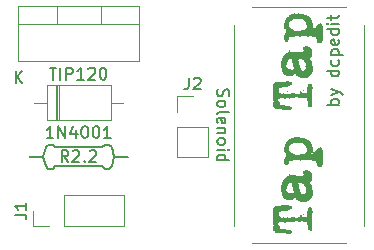
<source format=gto>
G04 #@! TF.GenerationSoftware,KiCad,Pcbnew,(6.0.1-0)*
G04 #@! TF.CreationDate,2022-06-21T09:38:52-07:00*
G04 #@! TF.ProjectId,TapTap,54617054-6170-42e6-9b69-6361645f7063,rev?*
G04 #@! TF.SameCoordinates,Original*
G04 #@! TF.FileFunction,Legend,Top*
G04 #@! TF.FilePolarity,Positive*
%FSLAX46Y46*%
G04 Gerber Fmt 4.6, Leading zero omitted, Abs format (unit mm)*
G04 Created by KiCad (PCBNEW (6.0.1-0)) date 2022-06-21 09:38:52*
%MOMM*%
%LPD*%
G01*
G04 APERTURE LIST*
%ADD10C,0.150000*%
%ADD11C,0.200000*%
%ADD12C,0.120000*%
%ADD13C,1.651000*%
%ADD14R,1.700000X1.700000*%
%ADD15O,1.700000X1.700000*%
%ADD16C,4.400000*%
%ADD17R,2.200000X2.200000*%
%ADD18O,2.200000X2.200000*%
%ADD19R,1.905000X2.000000*%
%ADD20O,1.905000X2.000000*%
G04 APERTURE END LIST*
D10*
X125674380Y-63150285D02*
X124674380Y-63150285D01*
X125055333Y-63150285D02*
X125007714Y-63055047D01*
X125007714Y-62864571D01*
X125055333Y-62769333D01*
X125102952Y-62721714D01*
X125198190Y-62674095D01*
X125483904Y-62674095D01*
X125579142Y-62721714D01*
X125626761Y-62769333D01*
X125674380Y-62864571D01*
X125674380Y-63055047D01*
X125626761Y-63150285D01*
X125007714Y-62340761D02*
X125674380Y-62102666D01*
X125007714Y-61864571D02*
X125674380Y-62102666D01*
X125912476Y-62197904D01*
X125960095Y-62245523D01*
X126007714Y-62340761D01*
X125674380Y-60293142D02*
X124674380Y-60293142D01*
X125626761Y-60293142D02*
X125674380Y-60388380D01*
X125674380Y-60578857D01*
X125626761Y-60674095D01*
X125579142Y-60721714D01*
X125483904Y-60769333D01*
X125198190Y-60769333D01*
X125102952Y-60721714D01*
X125055333Y-60674095D01*
X125007714Y-60578857D01*
X125007714Y-60388380D01*
X125055333Y-60293142D01*
X125626761Y-59388380D02*
X125674380Y-59483619D01*
X125674380Y-59674095D01*
X125626761Y-59769333D01*
X125579142Y-59816952D01*
X125483904Y-59864571D01*
X125198190Y-59864571D01*
X125102952Y-59816952D01*
X125055333Y-59769333D01*
X125007714Y-59674095D01*
X125007714Y-59483619D01*
X125055333Y-59388380D01*
X125007714Y-58959809D02*
X126007714Y-58959809D01*
X125055333Y-58959809D02*
X125007714Y-58864571D01*
X125007714Y-58674095D01*
X125055333Y-58578857D01*
X125102952Y-58531238D01*
X125198190Y-58483619D01*
X125483904Y-58483619D01*
X125579142Y-58531238D01*
X125626761Y-58578857D01*
X125674380Y-58674095D01*
X125674380Y-58864571D01*
X125626761Y-58959809D01*
X125626761Y-57674095D02*
X125674380Y-57769333D01*
X125674380Y-57959809D01*
X125626761Y-58055047D01*
X125531523Y-58102666D01*
X125150571Y-58102666D01*
X125055333Y-58055047D01*
X125007714Y-57959809D01*
X125007714Y-57769333D01*
X125055333Y-57674095D01*
X125150571Y-57626476D01*
X125245809Y-57626476D01*
X125341047Y-58102666D01*
X125674380Y-56769333D02*
X124674380Y-56769333D01*
X125626761Y-56769333D02*
X125674380Y-56864571D01*
X125674380Y-57055047D01*
X125626761Y-57150285D01*
X125579142Y-57197904D01*
X125483904Y-57245523D01*
X125198190Y-57245523D01*
X125102952Y-57197904D01*
X125055333Y-57150285D01*
X125007714Y-57055047D01*
X125007714Y-56864571D01*
X125055333Y-56769333D01*
X125674380Y-56293142D02*
X125007714Y-56293142D01*
X124674380Y-56293142D02*
X124722000Y-56340761D01*
X124769619Y-56293142D01*
X124722000Y-56245523D01*
X124674380Y-56293142D01*
X124769619Y-56293142D01*
X125007714Y-55959809D02*
X125007714Y-55578857D01*
X124674380Y-55816952D02*
X125531523Y-55816952D01*
X125626761Y-55769333D01*
X125674380Y-55674095D01*
X125674380Y-55578857D01*
X115419238Y-61873190D02*
X115371619Y-62016047D01*
X115371619Y-62254142D01*
X115419238Y-62349380D01*
X115466857Y-62397000D01*
X115562095Y-62444619D01*
X115657333Y-62444619D01*
X115752571Y-62397000D01*
X115800190Y-62349380D01*
X115847809Y-62254142D01*
X115895428Y-62063666D01*
X115943047Y-61968428D01*
X115990666Y-61920809D01*
X116085904Y-61873190D01*
X116181142Y-61873190D01*
X116276380Y-61920809D01*
X116324000Y-61968428D01*
X116371619Y-62063666D01*
X116371619Y-62301761D01*
X116324000Y-62444619D01*
X115371619Y-63016047D02*
X115419238Y-62920809D01*
X115466857Y-62873190D01*
X115562095Y-62825571D01*
X115847809Y-62825571D01*
X115943047Y-62873190D01*
X115990666Y-62920809D01*
X116038285Y-63016047D01*
X116038285Y-63158904D01*
X115990666Y-63254142D01*
X115943047Y-63301761D01*
X115847809Y-63349380D01*
X115562095Y-63349380D01*
X115466857Y-63301761D01*
X115419238Y-63254142D01*
X115371619Y-63158904D01*
X115371619Y-63016047D01*
X115371619Y-63920809D02*
X115419238Y-63825571D01*
X115514476Y-63777952D01*
X116371619Y-63777952D01*
X115419238Y-64682714D02*
X115371619Y-64587476D01*
X115371619Y-64397000D01*
X115419238Y-64301761D01*
X115514476Y-64254142D01*
X115895428Y-64254142D01*
X115990666Y-64301761D01*
X116038285Y-64397000D01*
X116038285Y-64587476D01*
X115990666Y-64682714D01*
X115895428Y-64730333D01*
X115800190Y-64730333D01*
X115704952Y-64254142D01*
X116038285Y-65158904D02*
X115371619Y-65158904D01*
X115943047Y-65158904D02*
X115990666Y-65206523D01*
X116038285Y-65301761D01*
X116038285Y-65444619D01*
X115990666Y-65539857D01*
X115895428Y-65587476D01*
X115371619Y-65587476D01*
X115371619Y-66206523D02*
X115419238Y-66111285D01*
X115466857Y-66063666D01*
X115562095Y-66016047D01*
X115847809Y-66016047D01*
X115943047Y-66063666D01*
X115990666Y-66111285D01*
X116038285Y-66206523D01*
X116038285Y-66349380D01*
X115990666Y-66444619D01*
X115943047Y-66492238D01*
X115847809Y-66539857D01*
X115562095Y-66539857D01*
X115466857Y-66492238D01*
X115419238Y-66444619D01*
X115371619Y-66349380D01*
X115371619Y-66206523D01*
X115371619Y-66968428D02*
X116038285Y-66968428D01*
X116371619Y-66968428D02*
X116324000Y-66920809D01*
X116276380Y-66968428D01*
X116324000Y-67016047D01*
X116371619Y-66968428D01*
X116276380Y-66968428D01*
X115371619Y-67873190D02*
X116371619Y-67873190D01*
X115419238Y-67873190D02*
X115371619Y-67777952D01*
X115371619Y-67587476D01*
X115419238Y-67492238D01*
X115466857Y-67444619D01*
X115562095Y-67397000D01*
X115847809Y-67397000D01*
X115943047Y-67444619D01*
X115990666Y-67492238D01*
X116038285Y-67587476D01*
X116038285Y-67777952D01*
X115990666Y-67873190D01*
X112950666Y-60871380D02*
X112950666Y-61585666D01*
X112903047Y-61728523D01*
X112807809Y-61823761D01*
X112664952Y-61871380D01*
X112569714Y-61871380D01*
X113379238Y-60966619D02*
X113426857Y-60919000D01*
X113522095Y-60871380D01*
X113760190Y-60871380D01*
X113855428Y-60919000D01*
X113903047Y-60966619D01*
X113950666Y-61061857D01*
X113950666Y-61157095D01*
X113903047Y-61299952D01*
X113331619Y-61871380D01*
X113950666Y-61871380D01*
X101489142Y-65984380D02*
X100917714Y-65984380D01*
X101203428Y-65984380D02*
X101203428Y-64984380D01*
X101108190Y-65127238D01*
X101012952Y-65222476D01*
X100917714Y-65270095D01*
X101917714Y-65984380D02*
X101917714Y-64984380D01*
X102489142Y-65984380D01*
X102489142Y-64984380D01*
X103393904Y-65317714D02*
X103393904Y-65984380D01*
X103155809Y-64936761D02*
X102917714Y-65651047D01*
X103536761Y-65651047D01*
X104108190Y-64984380D02*
X104203428Y-64984380D01*
X104298666Y-65032000D01*
X104346285Y-65079619D01*
X104393904Y-65174857D01*
X104441523Y-65365333D01*
X104441523Y-65603428D01*
X104393904Y-65793904D01*
X104346285Y-65889142D01*
X104298666Y-65936761D01*
X104203428Y-65984380D01*
X104108190Y-65984380D01*
X104012952Y-65936761D01*
X103965333Y-65889142D01*
X103917714Y-65793904D01*
X103870095Y-65603428D01*
X103870095Y-65365333D01*
X103917714Y-65174857D01*
X103965333Y-65079619D01*
X104012952Y-65032000D01*
X104108190Y-64984380D01*
X105060571Y-64984380D02*
X105155809Y-64984380D01*
X105251047Y-65032000D01*
X105298666Y-65079619D01*
X105346285Y-65174857D01*
X105393904Y-65365333D01*
X105393904Y-65603428D01*
X105346285Y-65793904D01*
X105298666Y-65889142D01*
X105251047Y-65936761D01*
X105155809Y-65984380D01*
X105060571Y-65984380D01*
X104965333Y-65936761D01*
X104917714Y-65889142D01*
X104870095Y-65793904D01*
X104822476Y-65603428D01*
X104822476Y-65365333D01*
X104870095Y-65174857D01*
X104917714Y-65079619D01*
X104965333Y-65032000D01*
X105060571Y-64984380D01*
X106346285Y-65984380D02*
X105774857Y-65984380D01*
X106060571Y-65984380D02*
X106060571Y-64984380D01*
X105965333Y-65127238D01*
X105870095Y-65222476D01*
X105774857Y-65270095D01*
X98290095Y-61344380D02*
X98290095Y-60344380D01*
X98861523Y-61344380D02*
X98432952Y-60772952D01*
X98861523Y-60344380D02*
X98290095Y-60915809D01*
X98214380Y-72469333D02*
X98928666Y-72469333D01*
X99071523Y-72516952D01*
X99166761Y-72612190D01*
X99214380Y-72755047D01*
X99214380Y-72850285D01*
X99214380Y-71469333D02*
X99214380Y-72040761D01*
X99214380Y-71755047D02*
X98214380Y-71755047D01*
X98357238Y-71850285D01*
X98452476Y-71945523D01*
X98500095Y-72040761D01*
X101179619Y-60031380D02*
X101751047Y-60031380D01*
X101465333Y-61031380D02*
X101465333Y-60031380D01*
X102084380Y-61031380D02*
X102084380Y-60031380D01*
X102560571Y-61031380D02*
X102560571Y-60031380D01*
X102941523Y-60031380D01*
X103036761Y-60079000D01*
X103084380Y-60126619D01*
X103132000Y-60221857D01*
X103132000Y-60364714D01*
X103084380Y-60459952D01*
X103036761Y-60507571D01*
X102941523Y-60555190D01*
X102560571Y-60555190D01*
X104084380Y-61031380D02*
X103512952Y-61031380D01*
X103798666Y-61031380D02*
X103798666Y-60031380D01*
X103703428Y-60174238D01*
X103608190Y-60269476D01*
X103512952Y-60317095D01*
X104465333Y-60126619D02*
X104512952Y-60079000D01*
X104608190Y-60031380D01*
X104846285Y-60031380D01*
X104941523Y-60079000D01*
X104989142Y-60126619D01*
X105036761Y-60221857D01*
X105036761Y-60317095D01*
X104989142Y-60459952D01*
X104417714Y-61031380D01*
X105036761Y-61031380D01*
X105655809Y-60031380D02*
X105751047Y-60031380D01*
X105846285Y-60079000D01*
X105893904Y-60126619D01*
X105941523Y-60221857D01*
X105989142Y-60412333D01*
X105989142Y-60650428D01*
X105941523Y-60840904D01*
X105893904Y-60936142D01*
X105846285Y-60983761D01*
X105751047Y-61031380D01*
X105655809Y-61031380D01*
X105560571Y-60983761D01*
X105512952Y-60936142D01*
X105465333Y-60840904D01*
X105417714Y-60650428D01*
X105417714Y-60412333D01*
X105465333Y-60221857D01*
X105512952Y-60126619D01*
X105560571Y-60079000D01*
X105655809Y-60031380D01*
D11*
X102751047Y-68016380D02*
X102417714Y-67540190D01*
X102179619Y-68016380D02*
X102179619Y-67016380D01*
X102560571Y-67016380D01*
X102655809Y-67064000D01*
X102703428Y-67111619D01*
X102751047Y-67206857D01*
X102751047Y-67349714D01*
X102703428Y-67444952D01*
X102655809Y-67492571D01*
X102560571Y-67540190D01*
X102179619Y-67540190D01*
X103132000Y-67111619D02*
X103179619Y-67064000D01*
X103274857Y-67016380D01*
X103512952Y-67016380D01*
X103608190Y-67064000D01*
X103655809Y-67111619D01*
X103703428Y-67206857D01*
X103703428Y-67302095D01*
X103655809Y-67444952D01*
X103084380Y-68016380D01*
X103703428Y-68016380D01*
X104132000Y-67921142D02*
X104179619Y-67968761D01*
X104132000Y-68016380D01*
X104084380Y-67968761D01*
X104132000Y-67921142D01*
X104132000Y-68016380D01*
X104560571Y-67111619D02*
X104608190Y-67064000D01*
X104703428Y-67016380D01*
X104941523Y-67016380D01*
X105036761Y-67064000D01*
X105084380Y-67111619D01*
X105132000Y-67206857D01*
X105132000Y-67302095D01*
X105084380Y-67444952D01*
X104512952Y-68016380D01*
X105132000Y-68016380D01*
D12*
X126301000Y-74897000D02*
X118301000Y-74897000D01*
X116801000Y-56397000D02*
X116801000Y-73397000D01*
X126301000Y-54897000D02*
X118301000Y-54897000D01*
X127801000Y-56397000D02*
X127801000Y-73397000D01*
G36*
X121372502Y-62001565D02*
G01*
X121376775Y-62032062D01*
X121348967Y-62046753D01*
X121313907Y-62026261D01*
X121308670Y-62006456D01*
X121323468Y-61976773D01*
X121338893Y-61976233D01*
X121372502Y-62001565D01*
G37*
G36*
X123297512Y-57370229D02*
G01*
X123208848Y-57372538D01*
X123135703Y-57382603D01*
X123022607Y-57395169D01*
X122946778Y-57390624D01*
X122929568Y-57384514D01*
X122877555Y-57370911D01*
X122794574Y-57362828D01*
X122696610Y-57360207D01*
X122599649Y-57362988D01*
X122519678Y-57371111D01*
X122472682Y-57384517D01*
X122470319Y-57386223D01*
X122415527Y-57400867D01*
X122353050Y-57389494D01*
X122284396Y-57380612D01*
X122168752Y-57379206D01*
X122152044Y-57379839D01*
X122009471Y-57385243D01*
X121871464Y-57394050D01*
X121702285Y-57407793D01*
X121578263Y-57422311D01*
X121493670Y-57439516D01*
X121442772Y-57461320D01*
X121419840Y-57489635D01*
X121419143Y-57526374D01*
X121423680Y-57543460D01*
X121421971Y-57590414D01*
X121402534Y-57662333D01*
X121386527Y-57703863D01*
X121353501Y-57774067D01*
X121322836Y-57808939D01*
X121278889Y-57820762D01*
X121236190Y-57821903D01*
X121161161Y-57813598D01*
X121124245Y-57786006D01*
X121120349Y-57777364D01*
X121095089Y-57722247D01*
X121065595Y-57669198D01*
X121040923Y-57588743D01*
X121039122Y-57476762D01*
X121058573Y-57346353D01*
X121097657Y-57210613D01*
X121132796Y-57125783D01*
X121170662Y-57039202D01*
X121197358Y-56965676D01*
X121206846Y-56923086D01*
X121191324Y-56853224D01*
X121154027Y-56784076D01*
X121116210Y-56746534D01*
X121085669Y-56714309D01*
X121043930Y-56653589D01*
X121020547Y-56614050D01*
X120976309Y-56494324D01*
X120982057Y-56383399D01*
X121037733Y-56281946D01*
X121050941Y-56266991D01*
X121059016Y-56251848D01*
X121413320Y-56251848D01*
X121417984Y-56295376D01*
X121442534Y-56342252D01*
X121474544Y-56439705D01*
X121471478Y-56492483D01*
X121471593Y-56564861D01*
X121497923Y-56603273D01*
X121547525Y-56645564D01*
X121570425Y-56665315D01*
X121612118Y-56694691D01*
X121675823Y-56733107D01*
X121690433Y-56741284D01*
X121767843Y-56788994D01*
X121837604Y-56839751D01*
X121843139Y-56844357D01*
X121907265Y-56886003D01*
X121990071Y-56923310D01*
X122076638Y-56951623D01*
X122152044Y-56966285D01*
X122201371Y-56962641D01*
X122207987Y-56958217D01*
X122253800Y-56936225D01*
X122292117Y-56931122D01*
X122343083Y-56922212D01*
X122362993Y-56908727D01*
X122398875Y-56882370D01*
X122464130Y-56855956D01*
X122541067Y-56834216D01*
X122611994Y-56821882D01*
X122659218Y-56823684D01*
X122666104Y-56827674D01*
X122717778Y-56853246D01*
X122768657Y-56842581D01*
X122784669Y-56822012D01*
X123332338Y-56822012D01*
X123371507Y-56822273D01*
X123405366Y-56815072D01*
X123454504Y-56791816D01*
X123471996Y-56764883D01*
X123462549Y-56746547D01*
X123426997Y-56754891D01*
X123394057Y-56770297D01*
X123339538Y-56803433D01*
X123332338Y-56822012D01*
X122784669Y-56822012D01*
X122793840Y-56810230D01*
X122820172Y-56752569D01*
X122857740Y-56689059D01*
X122886626Y-56651162D01*
X122937994Y-56568271D01*
X122950220Y-56472784D01*
X122948425Y-56460280D01*
X122934998Y-56380761D01*
X122921288Y-56292390D01*
X122920633Y-56287923D01*
X122896946Y-56210616D01*
X122858448Y-56166135D01*
X122819350Y-56130357D01*
X122810273Y-56104776D01*
X122791750Y-56069977D01*
X122744157Y-56018647D01*
X122702106Y-55981891D01*
X122631329Y-55931091D01*
X122563128Y-55901399D01*
X122475785Y-55884840D01*
X122423007Y-55879421D01*
X122327511Y-55874680D01*
X122261345Y-55878933D01*
X122236775Y-55889014D01*
X122205369Y-55900232D01*
X122142204Y-55903781D01*
X122065804Y-55899892D01*
X121994696Y-55888796D01*
X121983118Y-55885839D01*
X121942731Y-55890008D01*
X121894040Y-55906883D01*
X121816551Y-55934977D01*
X121762424Y-55949483D01*
X121688218Y-55980252D01*
X121599899Y-56037511D01*
X121514948Y-56107842D01*
X121450849Y-56177824D01*
X121436718Y-56199496D01*
X121413320Y-56251848D01*
X121059016Y-56251848D01*
X121096772Y-56181048D01*
X121105062Y-56111616D01*
X121121325Y-56001087D01*
X121164334Y-55891108D01*
X121225420Y-55798770D01*
X121291933Y-55743148D01*
X121362282Y-55695991D01*
X121417738Y-55642396D01*
X121466321Y-55598841D01*
X121511008Y-55582224D01*
X121566130Y-55563815D01*
X121587272Y-55545684D01*
X121632745Y-55514793D01*
X121698554Y-55492283D01*
X121777421Y-55467579D01*
X121839716Y-55437232D01*
X121887212Y-55412908D01*
X121919152Y-55420349D01*
X121938304Y-55437424D01*
X121967710Y-55458852D01*
X122006071Y-55462251D01*
X122070163Y-55447857D01*
X122098446Y-55439649D01*
X122178173Y-55420022D01*
X122245632Y-55417256D01*
X122326249Y-55431481D01*
X122364176Y-55440991D01*
X122456258Y-55459495D01*
X122539119Y-55466990D01*
X122577920Y-55464536D01*
X122650782Y-55468312D01*
X122681197Y-55490952D01*
X122729379Y-55519877D01*
X122794301Y-55531362D01*
X122870487Y-55544105D01*
X122952677Y-55575276D01*
X122962978Y-55580711D01*
X123045922Y-55624725D01*
X123138297Y-55671160D01*
X123156877Y-55680136D01*
X123237487Y-55731653D01*
X123276986Y-55792850D01*
X123279751Y-55802581D01*
X123306346Y-55871445D01*
X123335719Y-55916991D01*
X123366162Y-55973000D01*
X123396606Y-56066994D01*
X123424211Y-56186132D01*
X123446138Y-56317577D01*
X123459549Y-56448488D01*
X123461486Y-56485731D01*
X123465131Y-56576578D01*
X123468223Y-56646228D01*
X123470114Y-56680157D01*
X123470159Y-56680593D01*
X123492304Y-56688264D01*
X123526462Y-56683055D01*
X123561220Y-56678270D01*
X123572236Y-56697377D01*
X123565210Y-56752498D01*
X123563485Y-56761790D01*
X123557490Y-56825924D01*
X123568291Y-56854283D01*
X123571145Y-56854769D01*
X123608477Y-56832819D01*
X123635189Y-56780746D01*
X123640022Y-56752965D01*
X123645624Y-56673964D01*
X123652158Y-56636953D01*
X123665196Y-56633232D01*
X123690308Y-56654102D01*
X123698528Y-56661601D01*
X123743135Y-56686625D01*
X123767406Y-56667987D01*
X123767354Y-56610228D01*
X123762655Y-56588520D01*
X123766517Y-56509991D01*
X123807689Y-56432488D01*
X123875683Y-56374542D01*
X123886904Y-56368973D01*
X123953055Y-56336089D01*
X124006465Y-56306857D01*
X124092608Y-56271324D01*
X124159604Y-56280242D01*
X124216108Y-56336224D01*
X124240468Y-56377565D01*
X124263174Y-56425571D01*
X124279079Y-56475544D01*
X124289464Y-56537788D01*
X124295613Y-56622605D01*
X124298807Y-56740300D01*
X124300034Y-56856154D01*
X124301716Y-56989364D01*
X124304524Y-57104731D01*
X124308116Y-57192533D01*
X124312154Y-57243049D01*
X124313820Y-57250643D01*
X124316986Y-57285350D01*
X124316067Y-57357839D01*
X124311355Y-57455177D01*
X124308067Y-57503767D01*
X124292922Y-57671563D01*
X124273444Y-57794948D01*
X124246152Y-57880406D01*
X124207561Y-57934423D01*
X124154189Y-57963481D01*
X124082554Y-57974065D01*
X124055175Y-57974609D01*
X123963049Y-57953751D01*
X123886071Y-57899332D01*
X123837829Y-57823580D01*
X123828309Y-57770440D01*
X123816154Y-57695965D01*
X123790289Y-57627568D01*
X123763135Y-57562205D01*
X123752113Y-57510130D01*
X123732279Y-57473757D01*
X123689831Y-57465591D01*
X123635941Y-57456207D01*
X123611976Y-57440140D01*
X123578084Y-57422831D01*
X123516589Y-57414765D01*
X123509868Y-57414689D01*
X123428455Y-57405817D01*
X123371507Y-57389078D01*
X123359596Y-57385577D01*
X123297512Y-57370229D01*
G37*
G36*
X120383869Y-61145408D02*
G01*
X120379712Y-61181422D01*
X120374965Y-61208931D01*
X120389637Y-61224218D01*
X120433958Y-61230831D01*
X120518157Y-61232320D01*
X120526460Y-61232324D01*
X120613463Y-61229748D01*
X120679057Y-61223030D01*
X120707037Y-61214651D01*
X120738685Y-61207650D01*
X120808939Y-61203519D01*
X120905555Y-61202771D01*
X120963056Y-61203916D01*
X121088353Y-61204540D01*
X121174526Y-61198368D01*
X121216257Y-61185827D01*
X121218361Y-61183413D01*
X121260215Y-61161431D01*
X121338850Y-61161472D01*
X121445576Y-61182677D01*
X121550453Y-61216172D01*
X121634330Y-61249301D01*
X121681336Y-61277248D01*
X121703156Y-61310096D01*
X121711186Y-61354841D01*
X121711752Y-61406255D01*
X121693190Y-61439884D01*
X121644098Y-61469930D01*
X121604073Y-61488253D01*
X121533963Y-61522668D01*
X121485123Y-61552925D01*
X121473653Y-61563911D01*
X121438726Y-61583510D01*
X121400190Y-61588637D01*
X121339131Y-61606885D01*
X121295944Y-61639539D01*
X121240339Y-61683624D01*
X121189603Y-61679490D01*
X121144538Y-61640975D01*
X121101612Y-61607559D01*
X121056016Y-61614245D01*
X121045153Y-61619497D01*
X120964332Y-61659648D01*
X120911710Y-61681022D01*
X120870864Y-61689334D01*
X120841290Y-61690440D01*
X120780098Y-61705804D01*
X120748273Y-61729191D01*
X120701875Y-61755250D01*
X120672397Y-61754068D01*
X120620915Y-61759606D01*
X120598303Y-61776797D01*
X120582633Y-61819517D01*
X120575354Y-61888616D01*
X120575778Y-61968133D01*
X120583219Y-62042109D01*
X120596990Y-62094586D01*
X120612659Y-62110380D01*
X120646493Y-62127479D01*
X120698336Y-62170744D01*
X120724319Y-62196520D01*
X120775910Y-62247808D01*
X120810315Y-62266922D01*
X120845015Y-62258960D01*
X120877062Y-62241059D01*
X120968471Y-62204113D01*
X121042803Y-62208789D01*
X121073831Y-62229309D01*
X121110595Y-62246410D01*
X121166478Y-62230542D01*
X121168413Y-62229666D01*
X121231441Y-62213555D01*
X121314678Y-62218829D01*
X121362908Y-62228003D01*
X121461380Y-62242745D01*
X121527967Y-62235869D01*
X121547014Y-62228027D01*
X121619856Y-62207136D01*
X121722169Y-62197076D01*
X121833668Y-62197956D01*
X121934066Y-62209881D01*
X121988849Y-62225693D01*
X122067959Y-62247597D01*
X122146156Y-62235595D01*
X122154280Y-62232933D01*
X122211505Y-62221864D01*
X122306644Y-62212220D01*
X122426713Y-62205003D01*
X122558725Y-62201218D01*
X122565682Y-62201133D01*
X122693625Y-62197832D01*
X122806066Y-62191481D01*
X122891602Y-62182964D01*
X122938829Y-62173163D01*
X122941083Y-62172105D01*
X122978528Y-62127148D01*
X122986814Y-62063602D01*
X122963159Y-62006410D01*
X122959946Y-62002999D01*
X122948232Y-61978640D01*
X122946964Y-61934336D01*
X122957211Y-61863510D01*
X122980046Y-61759583D01*
X123016539Y-61615978D01*
X123033102Y-61553765D01*
X123059746Y-61466925D01*
X123087842Y-61415118D01*
X123127719Y-61383255D01*
X123160296Y-61367975D01*
X123213387Y-61348409D01*
X123253319Y-61347272D01*
X123295785Y-61369551D01*
X123356477Y-61420235D01*
X123374101Y-61435931D01*
X123399916Y-61483864D01*
X123419853Y-61566611D01*
X123432383Y-61668269D01*
X123435976Y-61772936D01*
X123429103Y-61864710D01*
X123419385Y-61906773D01*
X123409940Y-61960444D01*
X123402290Y-62052781D01*
X123397140Y-62171557D01*
X123395192Y-62304549D01*
X123395226Y-62326713D01*
X123396113Y-62569449D01*
X123396539Y-62766368D01*
X123396294Y-62922553D01*
X123395165Y-63043090D01*
X123392939Y-63133062D01*
X123389405Y-63197554D01*
X123384351Y-63241648D01*
X123377565Y-63270431D01*
X123368835Y-63288985D01*
X123357948Y-63302394D01*
X123354388Y-63306016D01*
X123301882Y-63333540D01*
X123271470Y-63329246D01*
X123217325Y-63317364D01*
X123147969Y-63315005D01*
X123088016Y-63310892D01*
X123058724Y-63282473D01*
X123049157Y-63253181D01*
X123042378Y-63190621D01*
X123042968Y-63101860D01*
X123047235Y-63043263D01*
X123051750Y-62941101D01*
X123039040Y-62874623D01*
X123025155Y-62849955D01*
X123000361Y-62791472D01*
X122988583Y-62714252D01*
X122988429Y-62705327D01*
X122982233Y-62645607D01*
X122957586Y-62606708D01*
X122905401Y-62583379D01*
X122816588Y-62570365D01*
X122746646Y-62565580D01*
X122629428Y-62559607D01*
X122547495Y-62557274D01*
X122485345Y-62558798D01*
X122427476Y-62564392D01*
X122382699Y-62570625D01*
X122300280Y-62575884D01*
X122245756Y-62558994D01*
X122225166Y-62543285D01*
X122194128Y-62519584D01*
X122161213Y-62512848D01*
X122110230Y-62523254D01*
X122041918Y-62545258D01*
X121870968Y-62580592D01*
X121739348Y-62584472D01*
X121638313Y-62584241D01*
X121575871Y-62594190D01*
X121540382Y-62616287D01*
X121538512Y-62618454D01*
X121506885Y-62644616D01*
X121469846Y-62634957D01*
X121451285Y-62623466D01*
X121379359Y-62600979D01*
X121284164Y-62602677D01*
X121186630Y-62627494D01*
X121162327Y-62638159D01*
X121094941Y-62652662D01*
X121047798Y-62636937D01*
X121003604Y-62626589D01*
X120929085Y-62619790D01*
X120840509Y-62616746D01*
X120754141Y-62617662D01*
X120686249Y-62622742D01*
X120653309Y-62631967D01*
X120627858Y-62642332D01*
X120592169Y-62657073D01*
X120562126Y-62673154D01*
X120534179Y-62696260D01*
X120527924Y-62731169D01*
X120541039Y-62794916D01*
X120544019Y-62806107D01*
X120573746Y-62881569D01*
X120608819Y-62911743D01*
X120613081Y-62912084D01*
X120639817Y-62923618D01*
X120643985Y-62966220D01*
X120640115Y-62995219D01*
X120641460Y-63072644D01*
X120680571Y-63140986D01*
X120684971Y-63146186D01*
X120711647Y-63174426D01*
X120741015Y-63194005D01*
X120782954Y-63207035D01*
X120847340Y-63215632D01*
X120944051Y-63221909D01*
X121063410Y-63227179D01*
X121190159Y-63234294D01*
X121301718Y-63244071D01*
X121386379Y-63255247D01*
X121432432Y-63266559D01*
X121433490Y-63267094D01*
X121501289Y-63289590D01*
X121539432Y-63293847D01*
X121604215Y-63316275D01*
X121659081Y-63372034D01*
X121688732Y-63443840D01*
X121690433Y-63464471D01*
X121676903Y-63512552D01*
X121628856Y-63550113D01*
X121594992Y-63565907D01*
X121552428Y-63581199D01*
X121504742Y-63590689D01*
X121442503Y-63594596D01*
X121356281Y-63593140D01*
X121236644Y-63586539D01*
X121105062Y-63577299D01*
X120950790Y-63566858D01*
X120797773Y-63558091D01*
X120660822Y-63551741D01*
X120554749Y-63548553D01*
X120528317Y-63548321D01*
X120432047Y-63546940D01*
X120371156Y-63539352D01*
X120330133Y-63520457D01*
X120293468Y-63485156D01*
X120276834Y-63465641D01*
X120221860Y-63408822D01*
X120170849Y-63369923D01*
X120160042Y-63364657D01*
X120120695Y-63332240D01*
X120112477Y-63307047D01*
X120099498Y-63253704D01*
X120083010Y-63220521D01*
X120067193Y-63155769D01*
X120074298Y-63125425D01*
X120089140Y-63069225D01*
X120089352Y-63043208D01*
X120100650Y-62999455D01*
X120126774Y-62961250D01*
X120152661Y-62926818D01*
X120155260Y-62892835D01*
X120134417Y-62839021D01*
X120125707Y-62820473D01*
X120098655Y-62740474D01*
X120089683Y-62643309D01*
X120092611Y-62558844D01*
X120093907Y-62446752D01*
X120083782Y-62352876D01*
X120073037Y-62313988D01*
X120058294Y-62249171D01*
X120049920Y-62154903D01*
X120049565Y-62059478D01*
X120053636Y-61938432D01*
X120057147Y-61798599D01*
X120059169Y-61681873D01*
X120061575Y-61482424D01*
X120203846Y-61343523D01*
X120280079Y-61262560D01*
X120323853Y-61201331D01*
X120331900Y-61167571D01*
X120337092Y-61135626D01*
X120356775Y-61130521D01*
X120383869Y-61145408D01*
G37*
G36*
X122452500Y-62014592D02*
G01*
X122480006Y-62025645D01*
X122538039Y-62055280D01*
X122550780Y-62078846D01*
X122521097Y-62106748D01*
X122505207Y-62116984D01*
X122447671Y-62144821D01*
X122411294Y-62133851D01*
X122382652Y-62085838D01*
X122368693Y-62028623D01*
X122392554Y-62004516D01*
X122452500Y-62014592D01*
G37*
G36*
X122491506Y-71403710D02*
G01*
X122421010Y-71379824D01*
X122403058Y-71365305D01*
X122356966Y-71328635D01*
X122284900Y-71288237D01*
X122250353Y-71272605D01*
X122156937Y-71230553D01*
X122097085Y-71191586D01*
X122056118Y-71142561D01*
X122019354Y-71070331D01*
X122015968Y-71062735D01*
X121980007Y-70995739D01*
X121947424Y-70958083D01*
X121925188Y-70955726D01*
X121919491Y-70980251D01*
X121903229Y-71013066D01*
X121862409Y-71064830D01*
X121843139Y-71085830D01*
X121796460Y-71137922D01*
X121774843Y-71167079D01*
X121769459Y-71174341D01*
X121766786Y-71181189D01*
X121746063Y-71200888D01*
X121695590Y-71228122D01*
X121689779Y-71230739D01*
X121609097Y-71248757D01*
X121501626Y-71250503D01*
X121388214Y-71237636D01*
X121289709Y-71211815D01*
X121255371Y-71196171D01*
X121189572Y-71160326D01*
X121113391Y-71120084D01*
X121108994Y-71117804D01*
X121040758Y-71067215D01*
X120972458Y-70992043D01*
X120913177Y-70905938D01*
X120872001Y-70822549D01*
X120858013Y-70755526D01*
X120859740Y-70743274D01*
X120856376Y-70670713D01*
X120838089Y-70634185D01*
X120809636Y-70571481D01*
X120800461Y-70514277D01*
X120787780Y-70439392D01*
X120760703Y-70367704D01*
X120736422Y-70301491D01*
X120738535Y-70289258D01*
X121222896Y-70289258D01*
X121225282Y-70374163D01*
X121246391Y-70483391D01*
X121277654Y-70547606D01*
X121321962Y-70572176D01*
X121332293Y-70572805D01*
X121379323Y-70590832D01*
X121394226Y-70610982D01*
X121429239Y-70642562D01*
X121483176Y-70646513D01*
X121526878Y-70624376D01*
X121569626Y-70616520D01*
X121623956Y-70637101D01*
X121704528Y-70666928D01*
X121774843Y-70672333D01*
X121820071Y-70652899D01*
X121826283Y-70642795D01*
X121841711Y-70558117D01*
X121836187Y-70453752D01*
X121812326Y-70355130D01*
X121792332Y-70312549D01*
X121754828Y-70218620D01*
X121741430Y-70120253D01*
X121732232Y-70035729D01*
X121704491Y-69997182D01*
X121703159Y-69996638D01*
X121677132Y-69965596D01*
X121665807Y-69894147D01*
X121664982Y-69856827D01*
X121663629Y-69822091D01*
X122230172Y-69822091D01*
X122234395Y-69847183D01*
X122253015Y-69905593D01*
X122274698Y-69965197D01*
X122304504Y-70061723D01*
X122323314Y-70157454D01*
X122326693Y-70201530D01*
X122334918Y-70285848D01*
X122356264Y-70387209D01*
X122385765Y-70488394D01*
X122418454Y-70572180D01*
X122447140Y-70619162D01*
X122474897Y-70660014D01*
X122479411Y-70677057D01*
X122500446Y-70703040D01*
X122543038Y-70725511D01*
X122593900Y-70762903D01*
X122606666Y-70799731D01*
X122614663Y-70848179D01*
X122640680Y-70855838D01*
X122687757Y-70821819D01*
X122747373Y-70758589D01*
X122825050Y-70657245D01*
X122871670Y-70569036D01*
X122884719Y-70500604D01*
X122861677Y-70458591D01*
X122861175Y-70458276D01*
X122842560Y-70421307D01*
X122836584Y-70353594D01*
X122843251Y-70273704D01*
X122861112Y-70203932D01*
X122872343Y-70156952D01*
X122857923Y-70117660D01*
X122810573Y-70067836D01*
X122804538Y-70062295D01*
X122750218Y-70016484D01*
X122710784Y-69990025D01*
X122702797Y-69987434D01*
X122687920Y-69965623D01*
X122683018Y-69923807D01*
X122673913Y-69875983D01*
X122656411Y-69860180D01*
X122621802Y-69843630D01*
X122572991Y-69803280D01*
X122567866Y-69798243D01*
X122512465Y-69753543D01*
X122462927Y-69729928D01*
X122460856Y-69729567D01*
X122415805Y-69736713D01*
X122347940Y-69760329D01*
X122278740Y-69791800D01*
X122230172Y-69822091D01*
X121663629Y-69822091D01*
X121661991Y-69780026D01*
X121648003Y-69737690D01*
X121615494Y-69713501D01*
X121594992Y-69705012D01*
X121540135Y-69691184D01*
X121508550Y-69707572D01*
X121499551Y-69720648D01*
X121471316Y-69763093D01*
X121423926Y-69830237D01*
X121378660Y-69892508D01*
X121328134Y-69969101D01*
X121293475Y-70036932D01*
X121283062Y-70074746D01*
X121271253Y-70136020D01*
X121247120Y-70196007D01*
X121222896Y-70289258D01*
X120738535Y-70289258D01*
X120745597Y-70248385D01*
X120749892Y-70239808D01*
X120765054Y-70177471D01*
X120762745Y-70097060D01*
X120761890Y-70091694D01*
X120757326Y-70015966D01*
X120778028Y-69970164D01*
X120785918Y-69962820D01*
X120814231Y-69911936D01*
X120811539Y-69850293D01*
X120809260Y-69805222D01*
X120822171Y-69754243D01*
X120854718Y-69686669D01*
X120911345Y-69591814D01*
X120933978Y-69555993D01*
X121020721Y-69426789D01*
X121093398Y-69336684D01*
X121159376Y-69278606D01*
X121226023Y-69245485D01*
X121268621Y-69234789D01*
X121366371Y-69206424D01*
X121423720Y-69160848D01*
X121446207Y-69110050D01*
X121469371Y-69057127D01*
X121495957Y-69051187D01*
X121518810Y-69093533D01*
X121519651Y-69096653D01*
X121530110Y-69120180D01*
X121552176Y-69136732D01*
X121593321Y-69147262D01*
X121661021Y-69152721D01*
X121762749Y-69154059D01*
X121905979Y-69152228D01*
X121949601Y-69151377D01*
X122056107Y-69152093D01*
X122137249Y-69158254D01*
X122181937Y-69168864D01*
X122186524Y-69172678D01*
X122225718Y-69194828D01*
X122285166Y-69195039D01*
X122339649Y-69174250D01*
X122348780Y-69166643D01*
X122380405Y-69149932D01*
X122411917Y-69176660D01*
X122413940Y-69179368D01*
X122463578Y-69212752D01*
X122522748Y-69223907D01*
X122580958Y-69213332D01*
X122623803Y-69173002D01*
X122646218Y-69135579D01*
X122675897Y-69069074D01*
X122678140Y-69014266D01*
X122661607Y-68958261D01*
X122644563Y-68871671D01*
X122667465Y-68802865D01*
X122734667Y-68743233D01*
X122784659Y-68714972D01*
X122879076Y-68677560D01*
X122960207Y-68665057D01*
X123015726Y-68678678D01*
X123027576Y-68691008D01*
X123062726Y-68722048D01*
X123099068Y-68741849D01*
X123164041Y-68772805D01*
X123198399Y-68791181D01*
X123260533Y-68824837D01*
X123287477Y-68838478D01*
X123321644Y-68877788D01*
X123346314Y-68947238D01*
X123348613Y-68959369D01*
X123369657Y-69051635D01*
X123399513Y-69148053D01*
X123404039Y-69160280D01*
X123427444Y-69259242D01*
X123429242Y-69362703D01*
X123411161Y-69454135D01*
X123374931Y-69517009D01*
X123365944Y-69524500D01*
X123295076Y-69601273D01*
X123259561Y-69696700D01*
X123261003Y-69796066D01*
X123301006Y-69884654D01*
X123323932Y-69909943D01*
X123355778Y-69957600D01*
X123382789Y-70040267D01*
X123407343Y-70165470D01*
X123410036Y-70182418D01*
X123427480Y-70293863D01*
X123443367Y-70394723D01*
X123455021Y-70468036D01*
X123457552Y-70483727D01*
X123463471Y-70546344D01*
X123460166Y-70585531D01*
X123452885Y-70622338D01*
X123443274Y-70694193D01*
X123433559Y-70784117D01*
X123420001Y-70886453D01*
X123399372Y-70955368D01*
X123365382Y-71008337D01*
X123344700Y-71030965D01*
X123293846Y-71091347D01*
X123259913Y-71146709D01*
X123256452Y-71155691D01*
X123222968Y-71198707D01*
X123154132Y-71250484D01*
X123062895Y-71303725D01*
X122962209Y-71351137D01*
X122865026Y-71385425D01*
X122835724Y-71392660D01*
X122711832Y-71410948D01*
X122640680Y-71412986D01*
X122592770Y-71414358D01*
X122491506Y-71403710D01*
G37*
G36*
X120697848Y-61830420D02*
G01*
X120685122Y-61843146D01*
X120672397Y-61830420D01*
X120685122Y-61817695D01*
X120697848Y-61830420D01*
G37*
G36*
X120519692Y-71578116D02*
G01*
X120506966Y-71590841D01*
X120494241Y-71578116D01*
X120506966Y-71565390D01*
X120519692Y-71578116D01*
G37*
G36*
X121354032Y-72468800D02*
G01*
X121379190Y-72502302D01*
X121368113Y-72528264D01*
X121348967Y-72532525D01*
X121313907Y-72512033D01*
X121308670Y-72492227D01*
X121323505Y-72464356D01*
X121354032Y-72468800D01*
G37*
G36*
X120697848Y-72316192D02*
G01*
X120685122Y-72328917D01*
X120672397Y-72316192D01*
X120685122Y-72303466D01*
X120697848Y-72316192D01*
G37*
G36*
X121181123Y-62066444D02*
G01*
X121181415Y-62072204D01*
X121161850Y-62096677D01*
X121154462Y-62097655D01*
X121139262Y-62082063D01*
X121143239Y-62072204D01*
X121166109Y-62047924D01*
X121170192Y-62046753D01*
X121181123Y-62066444D01*
G37*
G36*
X120383869Y-71631180D02*
G01*
X120379712Y-71667194D01*
X120374965Y-71694702D01*
X120389637Y-71709989D01*
X120433958Y-71716603D01*
X120518157Y-71718092D01*
X120526460Y-71718096D01*
X120613463Y-71715520D01*
X120679057Y-71708802D01*
X120707037Y-71700423D01*
X120738685Y-71693422D01*
X120808939Y-71689291D01*
X120905555Y-71688543D01*
X120963056Y-71689688D01*
X121088353Y-71690312D01*
X121174526Y-71684140D01*
X121216257Y-71671599D01*
X121218361Y-71669184D01*
X121254207Y-71648478D01*
X121302015Y-71641743D01*
X121367158Y-71650168D01*
X121452804Y-71671991D01*
X121544379Y-71702037D01*
X121627307Y-71735130D01*
X121687013Y-71766093D01*
X121708335Y-71786036D01*
X121713097Y-71861628D01*
X121672516Y-71929674D01*
X121592124Y-71980960D01*
X121591026Y-71981402D01*
X121524885Y-72012289D01*
X121481015Y-72040893D01*
X121474763Y-72047885D01*
X121438862Y-72068936D01*
X121400190Y-72074408D01*
X121339131Y-72092657D01*
X121295944Y-72125310D01*
X121240339Y-72169395D01*
X121189603Y-72165262D01*
X121144538Y-72126746D01*
X121101612Y-72093331D01*
X121056016Y-72100016D01*
X121045153Y-72105269D01*
X120964332Y-72145420D01*
X120911710Y-72166794D01*
X120870864Y-72175105D01*
X120841290Y-72176212D01*
X120780098Y-72191576D01*
X120748273Y-72214963D01*
X120701875Y-72241022D01*
X120672397Y-72239839D01*
X120620915Y-72245378D01*
X120598303Y-72262568D01*
X120582633Y-72305289D01*
X120575354Y-72374387D01*
X120575778Y-72453904D01*
X120583219Y-72527881D01*
X120596990Y-72580357D01*
X120612659Y-72596152D01*
X120646493Y-72613251D01*
X120698336Y-72656515D01*
X120724319Y-72682291D01*
X120775910Y-72733579D01*
X120810315Y-72752694D01*
X120845015Y-72744732D01*
X120877062Y-72726830D01*
X120968471Y-72689885D01*
X121042803Y-72694560D01*
X121073831Y-72715081D01*
X121110595Y-72732181D01*
X121166478Y-72716314D01*
X121168413Y-72715438D01*
X121231441Y-72699326D01*
X121314678Y-72704600D01*
X121362908Y-72713774D01*
X121461380Y-72728517D01*
X121527967Y-72721641D01*
X121547014Y-72713799D01*
X121619856Y-72692907D01*
X121722169Y-72682848D01*
X121833668Y-72683727D01*
X121934066Y-72695653D01*
X121988849Y-72711464D01*
X122067959Y-72733368D01*
X122146156Y-72721366D01*
X122154280Y-72718705D01*
X122211505Y-72707636D01*
X122306644Y-72697991D01*
X122426713Y-72690775D01*
X122558725Y-72686989D01*
X122565682Y-72686905D01*
X122693625Y-72683603D01*
X122806066Y-72677253D01*
X122891602Y-72668736D01*
X122938829Y-72658934D01*
X122941083Y-72657876D01*
X122978528Y-72612920D01*
X122986814Y-72549374D01*
X122963159Y-72492182D01*
X122959946Y-72488771D01*
X122948232Y-72464412D01*
X122946964Y-72420108D01*
X122957211Y-72349281D01*
X122980046Y-72245354D01*
X123016539Y-72101749D01*
X123033102Y-72039536D01*
X123059746Y-71952697D01*
X123087842Y-71900890D01*
X123127719Y-71869026D01*
X123160296Y-71853746D01*
X123213387Y-71834181D01*
X123253319Y-71833043D01*
X123295785Y-71855323D01*
X123356477Y-71906006D01*
X123374101Y-71921703D01*
X123399916Y-71969636D01*
X123419853Y-72052382D01*
X123432383Y-72154040D01*
X123435976Y-72258707D01*
X123429103Y-72350482D01*
X123419385Y-72392545D01*
X123409940Y-72446216D01*
X123402290Y-72538552D01*
X123397140Y-72657329D01*
X123395192Y-72790321D01*
X123395226Y-72812485D01*
X123396113Y-73055220D01*
X123396539Y-73252139D01*
X123396294Y-73408325D01*
X123395165Y-73528862D01*
X123392939Y-73618834D01*
X123389405Y-73683325D01*
X123384351Y-73727420D01*
X123377565Y-73756202D01*
X123368835Y-73774756D01*
X123357948Y-73788166D01*
X123354388Y-73791787D01*
X123301882Y-73819311D01*
X123271470Y-73815018D01*
X123217325Y-73803135D01*
X123147969Y-73800777D01*
X123088016Y-73796663D01*
X123058724Y-73768244D01*
X123049157Y-73738953D01*
X123042378Y-73676392D01*
X123042968Y-73587631D01*
X123047235Y-73529035D01*
X123051750Y-73426873D01*
X123039040Y-73360395D01*
X123025155Y-73335726D01*
X123000083Y-73276843D01*
X122988518Y-73200072D01*
X122988429Y-73193469D01*
X122970873Y-73112851D01*
X122917545Y-73067543D01*
X122827459Y-73056889D01*
X122788699Y-73060982D01*
X122706958Y-73060932D01*
X122616775Y-73044552D01*
X122603416Y-73040470D01*
X122530616Y-73021805D01*
X122487710Y-73026773D01*
X122473557Y-73037217D01*
X122420144Y-73061106D01*
X122343641Y-73065333D01*
X122267469Y-73050917D01*
X122222078Y-73026262D01*
X122191802Y-73004338D01*
X122157138Y-72999295D01*
X122102147Y-73011555D01*
X122041918Y-73031030D01*
X121870968Y-73066363D01*
X121739348Y-73070243D01*
X121638313Y-73070013D01*
X121575871Y-73079961D01*
X121540382Y-73102058D01*
X121538512Y-73104225D01*
X121506885Y-73130388D01*
X121469846Y-73120728D01*
X121451285Y-73109237D01*
X121379359Y-73086751D01*
X121284164Y-73088448D01*
X121186630Y-73113265D01*
X121162327Y-73123930D01*
X121094941Y-73138434D01*
X121047798Y-73122709D01*
X121003604Y-73112361D01*
X120929085Y-73105562D01*
X120840509Y-73102518D01*
X120754141Y-73103434D01*
X120686249Y-73108513D01*
X120653309Y-73117738D01*
X120627858Y-73128104D01*
X120592169Y-73142845D01*
X120562126Y-73158926D01*
X120534179Y-73182032D01*
X120527924Y-73216941D01*
X120541039Y-73280687D01*
X120544019Y-73291878D01*
X120573746Y-73367340D01*
X120608819Y-73397515D01*
X120613081Y-73397855D01*
X120639817Y-73409389D01*
X120643985Y-73451991D01*
X120640115Y-73480990D01*
X120641554Y-73558807D01*
X120681098Y-73627401D01*
X120684586Y-73631510D01*
X120711187Y-73659595D01*
X120740640Y-73679063D01*
X120782830Y-73692022D01*
X120847637Y-73700577D01*
X120944946Y-73706836D01*
X121062056Y-73711985D01*
X121188813Y-73719124D01*
X121300495Y-73729004D01*
X121385334Y-73740343D01*
X121431565Y-73751860D01*
X121432521Y-73752347D01*
X121500278Y-73775108D01*
X121539432Y-73779619D01*
X121604215Y-73802046D01*
X121659081Y-73857806D01*
X121688732Y-73929612D01*
X121690433Y-73950243D01*
X121676903Y-73998324D01*
X121628856Y-74035884D01*
X121594992Y-74051679D01*
X121552428Y-74066971D01*
X121504742Y-74076461D01*
X121442503Y-74080368D01*
X121356281Y-74078911D01*
X121236644Y-74072310D01*
X121105062Y-74063071D01*
X120950790Y-74052630D01*
X120797773Y-74043863D01*
X120660822Y-74037513D01*
X120554749Y-74034324D01*
X120528317Y-74034093D01*
X120432047Y-74032712D01*
X120371156Y-74025124D01*
X120330133Y-74006229D01*
X120293468Y-73970928D01*
X120276834Y-73951412D01*
X120221860Y-73894594D01*
X120170849Y-73855695D01*
X120160042Y-73850429D01*
X120120695Y-73818012D01*
X120112477Y-73792819D01*
X120099498Y-73739475D01*
X120083010Y-73706292D01*
X120067193Y-73641541D01*
X120074298Y-73611197D01*
X120089140Y-73554997D01*
X120089352Y-73528979D01*
X120100650Y-73485226D01*
X120126774Y-73447021D01*
X120152661Y-73412590D01*
X120155260Y-73378606D01*
X120134417Y-73324792D01*
X120125707Y-73306244D01*
X120098655Y-73226246D01*
X120089683Y-73129080D01*
X120092611Y-73044615D01*
X120093907Y-72932524D01*
X120083782Y-72838647D01*
X120073037Y-72799759D01*
X120058294Y-72734943D01*
X120049920Y-72640674D01*
X120049565Y-72545250D01*
X120053636Y-72424204D01*
X120057147Y-72284370D01*
X120059169Y-72167645D01*
X120061575Y-71968196D01*
X120203846Y-71829295D01*
X120280079Y-71748331D01*
X120323853Y-71687103D01*
X120331900Y-71653343D01*
X120337092Y-71621398D01*
X120356775Y-71616292D01*
X120383869Y-71631180D01*
G37*
G36*
X122491506Y-60917939D02*
G01*
X122421010Y-60894052D01*
X122403058Y-60879533D01*
X122356966Y-60842863D01*
X122284900Y-60802465D01*
X122250353Y-60786833D01*
X122156937Y-60744781D01*
X122097085Y-60705815D01*
X122056118Y-60656789D01*
X122019354Y-60584559D01*
X122015968Y-60576963D01*
X121980007Y-60509967D01*
X121947424Y-60472312D01*
X121925188Y-60469954D01*
X121919491Y-60494480D01*
X121903229Y-60527294D01*
X121862409Y-60579059D01*
X121843139Y-60600058D01*
X121796460Y-60652150D01*
X121774843Y-60681308D01*
X121769459Y-60688570D01*
X121766786Y-60695417D01*
X121746063Y-60715116D01*
X121695590Y-60742351D01*
X121689779Y-60744967D01*
X121609097Y-60762986D01*
X121501626Y-60764732D01*
X121388214Y-60751865D01*
X121289709Y-60726043D01*
X121255371Y-60710400D01*
X121189572Y-60674555D01*
X121113391Y-60634313D01*
X121108994Y-60632032D01*
X121040758Y-60581443D01*
X120972458Y-60506271D01*
X120913177Y-60420166D01*
X120872001Y-60336777D01*
X120858013Y-60269754D01*
X120859740Y-60257502D01*
X120856376Y-60184942D01*
X120838089Y-60148413D01*
X120809636Y-60085710D01*
X120800461Y-60028505D01*
X120787780Y-59953621D01*
X120760703Y-59881933D01*
X120736422Y-59815720D01*
X120738536Y-59803486D01*
X121222896Y-59803486D01*
X121225282Y-59888392D01*
X121246391Y-59997619D01*
X121277654Y-60061834D01*
X121321962Y-60086404D01*
X121332293Y-60087034D01*
X121379323Y-60105060D01*
X121394226Y-60125210D01*
X121429239Y-60156790D01*
X121483176Y-60160742D01*
X121526878Y-60138604D01*
X121569626Y-60130749D01*
X121623956Y-60151330D01*
X121704528Y-60181156D01*
X121774843Y-60186561D01*
X121820071Y-60167128D01*
X121826283Y-60157024D01*
X121841923Y-60072850D01*
X121837588Y-59968788D01*
X121815874Y-59870555D01*
X121792237Y-59819799D01*
X121753369Y-59726651D01*
X121741503Y-59634481D01*
X121732217Y-59549884D01*
X121704380Y-59511363D01*
X121703159Y-59510867D01*
X121677132Y-59479824D01*
X121665807Y-59408376D01*
X121664982Y-59371055D01*
X121663629Y-59336320D01*
X122230172Y-59336320D01*
X122234395Y-59361411D01*
X122253015Y-59419822D01*
X122274698Y-59479426D01*
X122304504Y-59575951D01*
X122323314Y-59671683D01*
X122326693Y-59715759D01*
X122334918Y-59800076D01*
X122356264Y-59901438D01*
X122385765Y-60002622D01*
X122418454Y-60086408D01*
X122447140Y-60133391D01*
X122474897Y-60174242D01*
X122479411Y-60191285D01*
X122500446Y-60217268D01*
X122543038Y-60239739D01*
X122593900Y-60277132D01*
X122606666Y-60313960D01*
X122614663Y-60362407D01*
X122640680Y-60370066D01*
X122687757Y-60336048D01*
X122747373Y-60272817D01*
X122825050Y-60171473D01*
X122871670Y-60083265D01*
X122884719Y-60014833D01*
X122861677Y-59972819D01*
X122861175Y-59972505D01*
X122842560Y-59935535D01*
X122836584Y-59867823D01*
X122843251Y-59787933D01*
X122861112Y-59718160D01*
X122872343Y-59671181D01*
X122857923Y-59631888D01*
X122810573Y-59582065D01*
X122804538Y-59576524D01*
X122750218Y-59530712D01*
X122710784Y-59504254D01*
X122702797Y-59501663D01*
X122687920Y-59479851D01*
X122683018Y-59438036D01*
X122673913Y-59390212D01*
X122656411Y-59374408D01*
X122621802Y-59357858D01*
X122572991Y-59317509D01*
X122567866Y-59312471D01*
X122512465Y-59267771D01*
X122462927Y-59244157D01*
X122460856Y-59243795D01*
X122415805Y-59250942D01*
X122347940Y-59274558D01*
X122278740Y-59306028D01*
X122230172Y-59336320D01*
X121663629Y-59336320D01*
X121661991Y-59294255D01*
X121648003Y-59251919D01*
X121615494Y-59227730D01*
X121594992Y-59219241D01*
X121540135Y-59205413D01*
X121508550Y-59221801D01*
X121499551Y-59234876D01*
X121471316Y-59277322D01*
X121423926Y-59344465D01*
X121378660Y-59406736D01*
X121328134Y-59483329D01*
X121293475Y-59551160D01*
X121283062Y-59588975D01*
X121271253Y-59650249D01*
X121247120Y-59710235D01*
X121222896Y-59803486D01*
X120738536Y-59803486D01*
X120745597Y-59762614D01*
X120749892Y-59754037D01*
X120765054Y-59691699D01*
X120762745Y-59611289D01*
X120761890Y-59605923D01*
X120757326Y-59530195D01*
X120778028Y-59484393D01*
X120785918Y-59477049D01*
X120814231Y-59426164D01*
X120811539Y-59364521D01*
X120809260Y-59319451D01*
X120822171Y-59268471D01*
X120854718Y-59200897D01*
X120911345Y-59106042D01*
X120933978Y-59070221D01*
X121020721Y-58941018D01*
X121093398Y-58850913D01*
X121159376Y-58792835D01*
X121226023Y-58759713D01*
X121268621Y-58749018D01*
X121366371Y-58720653D01*
X121423720Y-58675076D01*
X121446207Y-58624278D01*
X121469371Y-58571356D01*
X121495957Y-58565415D01*
X121518810Y-58607761D01*
X121519651Y-58610881D01*
X121530110Y-58634408D01*
X121552176Y-58650961D01*
X121593321Y-58661491D01*
X121661021Y-58666949D01*
X121762749Y-58668287D01*
X121905979Y-58666456D01*
X121949601Y-58665606D01*
X122056107Y-58666321D01*
X122137249Y-58672483D01*
X122181937Y-58683092D01*
X122186524Y-58686907D01*
X122225718Y-58709056D01*
X122285166Y-58709268D01*
X122339649Y-58688478D01*
X122348780Y-58680871D01*
X122380405Y-58664161D01*
X122411917Y-58690888D01*
X122413940Y-58693597D01*
X122463578Y-58726980D01*
X122522748Y-58738136D01*
X122580958Y-58727560D01*
X122623803Y-58687230D01*
X122646218Y-58649807D01*
X122675897Y-58583303D01*
X122678140Y-58528495D01*
X122661607Y-58472490D01*
X122644563Y-58385899D01*
X122667465Y-58317093D01*
X122734667Y-58257462D01*
X122784659Y-58229201D01*
X122879076Y-58191789D01*
X122960207Y-58179285D01*
X123015726Y-58192906D01*
X123027576Y-58205237D01*
X123062726Y-58236277D01*
X123099068Y-58256078D01*
X123164041Y-58287033D01*
X123198399Y-58305410D01*
X123260533Y-58339065D01*
X123287477Y-58352706D01*
X123321644Y-58392017D01*
X123346314Y-58461467D01*
X123348613Y-58473598D01*
X123369657Y-58565863D01*
X123399513Y-58662281D01*
X123404039Y-58674509D01*
X123427444Y-58773470D01*
X123429242Y-58876931D01*
X123411161Y-58968363D01*
X123374931Y-59031237D01*
X123365944Y-59038729D01*
X123295076Y-59115501D01*
X123259561Y-59210929D01*
X123261003Y-59310295D01*
X123301006Y-59398883D01*
X123323932Y-59424171D01*
X123355778Y-59471828D01*
X123382789Y-59554496D01*
X123407343Y-59679698D01*
X123410036Y-59696647D01*
X123427480Y-59808092D01*
X123443367Y-59908951D01*
X123455021Y-59982265D01*
X123457552Y-59997955D01*
X123463471Y-60060573D01*
X123460166Y-60099759D01*
X123452885Y-60136566D01*
X123443274Y-60208421D01*
X123433559Y-60298345D01*
X123420001Y-60400681D01*
X123399372Y-60469596D01*
X123365382Y-60522566D01*
X123344700Y-60545193D01*
X123293846Y-60605576D01*
X123259913Y-60660938D01*
X123256452Y-60669919D01*
X123222968Y-60712936D01*
X123154132Y-60764712D01*
X123062895Y-60817954D01*
X122962209Y-60865366D01*
X122865026Y-60899653D01*
X122835724Y-60906889D01*
X122711832Y-60925177D01*
X122640680Y-60927215D01*
X122592770Y-60928587D01*
X122491506Y-60917939D01*
G37*
G36*
X121181123Y-72552216D02*
G01*
X121181415Y-72557975D01*
X121161850Y-72582448D01*
X121154462Y-72583426D01*
X121139262Y-72567834D01*
X121143239Y-72557975D01*
X121166109Y-72533696D01*
X121170192Y-72532525D01*
X121181123Y-72552216D01*
G37*
G36*
X122677928Y-72410360D02*
G01*
X122706429Y-72453182D01*
X122687518Y-72482627D01*
X122668211Y-72491625D01*
X122624199Y-72504712D01*
X122608582Y-72487881D01*
X122606666Y-72443446D01*
X122616264Y-72390590D01*
X122645022Y-72384887D01*
X122677928Y-72410360D01*
G37*
G36*
X120880831Y-62018758D02*
G01*
X120885670Y-62058534D01*
X120883427Y-62065841D01*
X120857886Y-62090554D01*
X120821795Y-62097502D01*
X120800418Y-62082831D01*
X120800041Y-62078567D01*
X120812569Y-62042687D01*
X120824432Y-62021515D01*
X120854643Y-62002079D01*
X120880831Y-62018758D01*
G37*
G36*
X123278730Y-67854123D02*
G01*
X123185102Y-67857882D01*
X123123625Y-67867586D01*
X123012956Y-67881111D01*
X122940578Y-67874878D01*
X122929568Y-67870377D01*
X122877595Y-67856740D01*
X122794633Y-67848626D01*
X122696671Y-67845980D01*
X122599699Y-67848746D01*
X122519707Y-67856867D01*
X122472685Y-67870287D01*
X122470319Y-67871994D01*
X122415527Y-67886639D01*
X122353050Y-67875266D01*
X122284396Y-67866384D01*
X122168752Y-67864977D01*
X122152044Y-67865610D01*
X122009471Y-67871015D01*
X121871464Y-67879822D01*
X121702285Y-67893565D01*
X121578263Y-67908083D01*
X121493670Y-67925288D01*
X121442772Y-67947092D01*
X121419840Y-67975407D01*
X121419143Y-68012146D01*
X121423680Y-68029231D01*
X121421971Y-68076185D01*
X121402534Y-68148104D01*
X121386527Y-68189635D01*
X121353501Y-68259838D01*
X121322836Y-68294711D01*
X121278889Y-68306533D01*
X121236190Y-68307675D01*
X121161161Y-68299370D01*
X121124245Y-68271777D01*
X121120349Y-68263136D01*
X121095089Y-68208019D01*
X121065595Y-68154969D01*
X121040623Y-68073561D01*
X121039207Y-67960416D01*
X121059756Y-67828057D01*
X121100679Y-67689004D01*
X121135452Y-67605206D01*
X121184475Y-67472707D01*
X121198183Y-67363455D01*
X121176623Y-67282229D01*
X121131809Y-67239430D01*
X121092053Y-67203032D01*
X121044310Y-67139030D01*
X121020799Y-67100274D01*
X120976381Y-66980376D01*
X120981953Y-66869461D01*
X121037472Y-66768028D01*
X121050941Y-66752763D01*
X121059017Y-66737619D01*
X121413320Y-66737619D01*
X121417984Y-66781148D01*
X121442534Y-66828024D01*
X121474544Y-66925477D01*
X121471478Y-66978254D01*
X121471593Y-67050632D01*
X121497923Y-67089045D01*
X121547525Y-67131336D01*
X121570425Y-67151087D01*
X121612118Y-67180462D01*
X121675823Y-67218879D01*
X121690433Y-67227056D01*
X121767843Y-67274765D01*
X121837604Y-67325523D01*
X121843139Y-67330129D01*
X121907265Y-67371775D01*
X121990071Y-67409082D01*
X122076638Y-67437395D01*
X122152044Y-67452057D01*
X122201371Y-67448412D01*
X122207987Y-67443988D01*
X122253800Y-67421996D01*
X122292117Y-67416893D01*
X122343083Y-67407983D01*
X122362993Y-67394498D01*
X122398875Y-67368141D01*
X122464130Y-67341727D01*
X122541067Y-67319988D01*
X122611994Y-67307654D01*
X122659218Y-67309456D01*
X122666104Y-67313446D01*
X122717778Y-67339018D01*
X122768657Y-67328352D01*
X122784668Y-67307784D01*
X123332338Y-67307784D01*
X123371507Y-67308045D01*
X123405366Y-67300844D01*
X123454504Y-67277588D01*
X123471996Y-67250654D01*
X123462549Y-67232318D01*
X123426997Y-67240663D01*
X123394057Y-67256069D01*
X123339538Y-67289204D01*
X123332338Y-67307784D01*
X122784668Y-67307784D01*
X122793840Y-67296002D01*
X122820172Y-67238341D01*
X122857740Y-67174831D01*
X122886626Y-67136933D01*
X122937994Y-67054042D01*
X122950220Y-66958556D01*
X122948425Y-66946052D01*
X122934998Y-66866533D01*
X122921288Y-66778162D01*
X122920633Y-66773694D01*
X122896946Y-66696388D01*
X122858448Y-66651907D01*
X122819350Y-66616128D01*
X122810273Y-66590547D01*
X122791750Y-66555748D01*
X122744157Y-66504419D01*
X122702106Y-66467663D01*
X122631329Y-66416863D01*
X122563128Y-66387170D01*
X122475785Y-66370612D01*
X122423007Y-66365193D01*
X122327511Y-66360451D01*
X122261345Y-66364704D01*
X122236775Y-66374785D01*
X122205369Y-66386004D01*
X122142204Y-66389552D01*
X122065804Y-66385663D01*
X121994696Y-66374568D01*
X121983118Y-66371610D01*
X121942731Y-66375779D01*
X121894040Y-66392654D01*
X121816551Y-66420748D01*
X121762424Y-66435255D01*
X121688218Y-66466024D01*
X121599899Y-66523283D01*
X121514948Y-66593613D01*
X121450849Y-66663596D01*
X121436718Y-66685268D01*
X121413320Y-66737619D01*
X121059017Y-66737619D01*
X121096772Y-66666820D01*
X121105062Y-66597388D01*
X121121325Y-66486859D01*
X121164334Y-66376879D01*
X121225420Y-66284542D01*
X121291933Y-66228920D01*
X121362282Y-66181763D01*
X121417738Y-66128168D01*
X121466321Y-66084613D01*
X121511008Y-66067996D01*
X121566130Y-66049586D01*
X121587272Y-66031455D01*
X121632745Y-66000564D01*
X121698554Y-65978055D01*
X121775938Y-65954206D01*
X121836486Y-65925121D01*
X121889645Y-65902550D01*
X121937586Y-65916718D01*
X121943707Y-65920425D01*
X121989410Y-65937850D01*
X122050229Y-65934687D01*
X122109000Y-65921034D01*
X122192648Y-65904693D01*
X122271094Y-65906975D01*
X122366097Y-65927263D01*
X122457783Y-65945586D01*
X122540311Y-65952815D01*
X122577920Y-65950308D01*
X122650782Y-65954083D01*
X122681197Y-65976723D01*
X122729379Y-66005649D01*
X122794301Y-66017133D01*
X122870487Y-66029877D01*
X122952677Y-66061048D01*
X122962978Y-66066482D01*
X123045922Y-66110496D01*
X123138297Y-66156932D01*
X123156877Y-66165908D01*
X123237487Y-66217424D01*
X123276986Y-66278621D01*
X123279751Y-66288352D01*
X123306346Y-66357216D01*
X123335719Y-66402762D01*
X123366162Y-66458772D01*
X123396606Y-66552766D01*
X123424211Y-66671904D01*
X123446138Y-66803348D01*
X123459549Y-66934259D01*
X123461486Y-66971503D01*
X123465131Y-67062349D01*
X123468223Y-67131999D01*
X123470114Y-67165929D01*
X123470159Y-67166364D01*
X123492304Y-67174035D01*
X123526462Y-67168827D01*
X123561220Y-67164042D01*
X123572236Y-67183149D01*
X123565210Y-67238269D01*
X123563485Y-67247562D01*
X123557490Y-67311696D01*
X123568291Y-67340054D01*
X123571145Y-67340541D01*
X123608477Y-67318590D01*
X123635189Y-67266518D01*
X123640022Y-67238737D01*
X123645624Y-67159736D01*
X123652158Y-67122724D01*
X123665196Y-67119003D01*
X123690308Y-67139873D01*
X123698528Y-67147372D01*
X123743135Y-67172397D01*
X123767406Y-67153758D01*
X123767354Y-67096000D01*
X123762655Y-67074291D01*
X123766517Y-66995762D01*
X123807689Y-66918259D01*
X123875683Y-66860314D01*
X123886904Y-66854745D01*
X123953055Y-66821861D01*
X124006465Y-66792629D01*
X124092608Y-66757096D01*
X124159604Y-66766013D01*
X124216108Y-66821996D01*
X124240468Y-66863336D01*
X124263174Y-66911343D01*
X124279079Y-66961316D01*
X124289464Y-67023559D01*
X124295613Y-67108377D01*
X124298807Y-67226071D01*
X124300034Y-67341925D01*
X124301716Y-67475136D01*
X124304524Y-67590503D01*
X124308116Y-67678305D01*
X124312154Y-67728821D01*
X124313820Y-67736414D01*
X124316986Y-67771122D01*
X124316067Y-67843610D01*
X124311355Y-67940948D01*
X124308067Y-67989539D01*
X124292922Y-68157334D01*
X124273444Y-68280719D01*
X124246152Y-68366178D01*
X124207561Y-68420194D01*
X124154189Y-68449252D01*
X124082554Y-68459836D01*
X124055175Y-68460380D01*
X123963049Y-68439523D01*
X123886071Y-68385103D01*
X123837829Y-68309351D01*
X123828309Y-68256212D01*
X123816154Y-68181737D01*
X123790289Y-68113340D01*
X123763135Y-68047977D01*
X123752113Y-67995901D01*
X123732279Y-67959528D01*
X123689831Y-67951362D01*
X123635941Y-67941978D01*
X123611976Y-67925911D01*
X123577784Y-67908002D01*
X123517454Y-67900461D01*
X123516840Y-67900460D01*
X123434238Y-67891248D01*
X123371507Y-67874902D01*
X123354491Y-67870468D01*
X123278730Y-67854123D01*
G37*
G36*
X122677928Y-61924589D02*
G01*
X122706429Y-61967410D01*
X122687518Y-61996856D01*
X122668211Y-62005854D01*
X122624199Y-62018941D01*
X122608582Y-62002109D01*
X122606666Y-61957675D01*
X122616264Y-61904819D01*
X122645022Y-61899115D01*
X122677928Y-61924589D01*
G37*
G36*
X122452500Y-72500363D02*
G01*
X122480006Y-72511417D01*
X122538039Y-72541051D01*
X122550780Y-72564618D01*
X122521097Y-72592520D01*
X122505207Y-72602755D01*
X122447671Y-72630593D01*
X122411294Y-72619623D01*
X122382652Y-72571610D01*
X122368693Y-72514395D01*
X122392554Y-72490288D01*
X122452500Y-72500363D01*
G37*
G36*
X120519692Y-61092344D02*
G01*
X120506966Y-61105070D01*
X120494241Y-61092344D01*
X120506966Y-61079619D01*
X120519692Y-61092344D01*
G37*
G36*
X120880831Y-72504530D02*
G01*
X120885670Y-72544306D01*
X120883427Y-72551613D01*
X120857886Y-72576325D01*
X120821795Y-72583274D01*
X120800418Y-72568603D01*
X120800041Y-72564338D01*
X120812569Y-72528458D01*
X120824432Y-72507286D01*
X120854643Y-72487851D01*
X120880831Y-72504530D01*
G37*
X111954000Y-65019000D02*
X114614000Y-65019000D01*
X111954000Y-65019000D02*
X111954000Y-67619000D01*
X111954000Y-62419000D02*
X113284000Y-62419000D01*
X114614000Y-65019000D02*
X114614000Y-67619000D01*
X111954000Y-67619000D02*
X114614000Y-67619000D01*
X111954000Y-63749000D02*
X111954000Y-62419000D01*
X106352000Y-61522000D02*
X100912000Y-61522000D01*
X107372000Y-62992000D02*
X106352000Y-62992000D01*
X101692000Y-61522000D02*
X101692000Y-64462000D01*
X100912000Y-61522000D02*
X100912000Y-64462000D01*
X99892000Y-62992000D02*
X100912000Y-62992000D01*
X101812000Y-61522000D02*
X101812000Y-64462000D01*
X106352000Y-64462000D02*
X106352000Y-61522000D01*
X101932000Y-61522000D02*
X101932000Y-64462000D01*
X100912000Y-64462000D02*
X106352000Y-64462000D01*
X102362000Y-70806000D02*
X107502000Y-70806000D01*
X107502000Y-73466000D02*
X107502000Y-70806000D01*
X102362000Y-73466000D02*
X102362000Y-70806000D01*
X102362000Y-73466000D02*
X107502000Y-73466000D01*
X99762000Y-73466000D02*
X99762000Y-72136000D01*
X101092000Y-73466000D02*
X99762000Y-73466000D01*
X98512000Y-54825000D02*
X98512000Y-59466000D01*
X98512000Y-54825000D02*
X108752000Y-54825000D01*
X105483000Y-54825000D02*
X105483000Y-56335000D01*
X98512000Y-56335000D02*
X108752000Y-56335000D01*
X101782000Y-54825000D02*
X101782000Y-56335000D01*
X98512000Y-59466000D02*
X108752000Y-59466000D01*
X108752000Y-54825000D02*
X108752000Y-59466000D01*
D10*
X106632000Y-67564000D02*
X107832000Y-67564000D01*
X100832000Y-68364000D02*
X100632000Y-67564000D01*
X105832000Y-68564000D02*
X105632000Y-68364000D01*
X101432000Y-68564000D02*
X101032000Y-68564000D01*
X106632000Y-67564000D02*
X106432000Y-68364000D01*
X106432000Y-68364000D02*
X106232000Y-68564000D01*
X101032000Y-66564000D02*
X101432000Y-66564000D01*
X106232000Y-68564000D02*
X105832000Y-68564000D01*
X105632000Y-66764000D02*
X105832000Y-66564000D01*
X101432000Y-66564000D02*
X101632000Y-66764000D01*
X101632000Y-66764000D02*
X105632000Y-66764000D01*
X106232000Y-66564000D02*
X106432000Y-66764000D01*
X101032000Y-68564000D02*
X100832000Y-68364000D01*
X105832000Y-66564000D02*
X106232000Y-66564000D01*
X99432000Y-67564000D02*
X100632000Y-67564000D01*
X100632000Y-67564000D02*
X100832000Y-66764000D01*
X100832000Y-66764000D02*
X101032000Y-66564000D01*
X101632000Y-68364000D02*
X101432000Y-68564000D01*
X105632000Y-68364000D02*
X101632000Y-68364000D01*
X106432000Y-66764000D02*
X106632000Y-67564000D01*
D13*
X98552000Y-67564000D03*
X108712000Y-67564000D03*
%LPC*%
D14*
X113284000Y-63749000D03*
D15*
X113284000Y-66289000D03*
D16*
X112776000Y-71755000D03*
D17*
X98552000Y-62992000D03*
D18*
X108712000Y-62992000D03*
D14*
X101092000Y-72136000D03*
D15*
X103632000Y-72136000D03*
X106172000Y-72136000D03*
D16*
X112776000Y-57912000D03*
D19*
X101092000Y-58095000D03*
D20*
X103632000Y-58095000D03*
X106172000Y-58095000D03*
D13*
X98552000Y-67564000D03*
X108712000Y-67564000D03*
M02*

</source>
